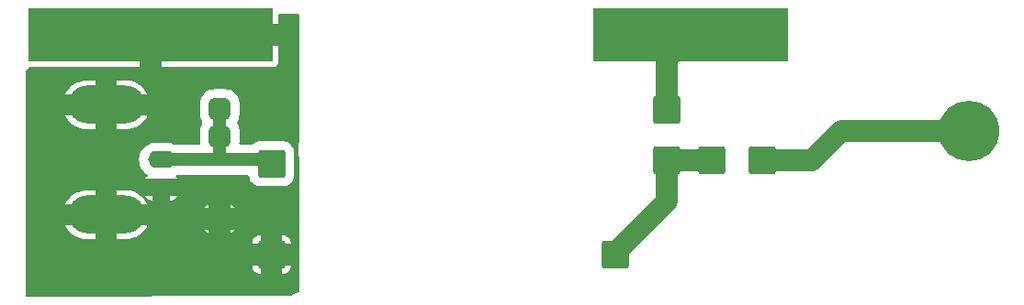
<source format=gbr>
%TF.GenerationSoftware,KiCad,Pcbnew,6.0.2+dfsg-1*%
%TF.CreationDate,2023-02-03T00:30:42+01:00*%
%TF.ProjectId,xOTA,784f5441-2e6b-4696-9361-645f70636258,rev?*%
%TF.SameCoordinates,Original*%
%TF.FileFunction,Copper,L2,Bot*%
%TF.FilePolarity,Positive*%
%FSLAX46Y46*%
G04 Gerber Fmt 4.6, Leading zero omitted, Abs format (unit mm)*
G04 Created by KiCad (PCBNEW 6.0.2+dfsg-1) date 2023-02-03 00:30:42*
%MOMM*%
%LPD*%
G01*
G04 APERTURE LIST*
G04 Aperture macros list*
%AMRoundRect*
0 Rectangle with rounded corners*
0 $1 Rounding radius*
0 $2 $3 $4 $5 $6 $7 $8 $9 X,Y pos of 4 corners*
0 Add a 4 corners polygon primitive as box body*
4,1,4,$2,$3,$4,$5,$6,$7,$8,$9,$2,$3,0*
0 Add four circle primitives for the rounded corners*
1,1,$1+$1,$2,$3*
1,1,$1+$1,$4,$5*
1,1,$1+$1,$6,$7*
1,1,$1+$1,$8,$9*
0 Add four rect primitives between the rounded corners*
20,1,$1+$1,$2,$3,$4,$5,0*
20,1,$1+$1,$4,$5,$6,$7,0*
20,1,$1+$1,$6,$7,$8,$9,0*
20,1,$1+$1,$8,$9,$2,$3,0*%
G04 Aperture macros list end*
%TA.AperFunction,ComponentPad*%
%ADD10RoundRect,0.249999X-1.025001X-1.025001X1.025001X-1.025001X1.025001X1.025001X-1.025001X1.025001X0*%
%TD*%
%TA.AperFunction,SMDPad,CuDef*%
%ADD11R,18.000000X5.000000*%
%TD*%
%TA.AperFunction,ComponentPad*%
%ADD12C,3.600000*%
%TD*%
%TA.AperFunction,ConnectorPad*%
%ADD13C,5.600000*%
%TD*%
%TA.AperFunction,ComponentPad*%
%ADD14O,2.500000X1.600000*%
%TD*%
%TA.AperFunction,ComponentPad*%
%ADD15O,7.000000X3.500000*%
%TD*%
%TA.AperFunction,ComponentPad*%
%ADD16RoundRect,0.500000X-0.500000X0.500000X-0.500000X-0.500000X0.500000X-0.500000X0.500000X0.500000X0*%
%TD*%
%TA.AperFunction,SMDPad,CuDef*%
%ADD17R,22.500000X5.000000*%
%TD*%
%TA.AperFunction,ViaPad*%
%ADD18C,0.800000*%
%TD*%
%TA.AperFunction,Conductor*%
%ADD19C,2.000000*%
%TD*%
%TA.AperFunction,Conductor*%
%ADD20C,0.250000*%
%TD*%
%TA.AperFunction,Conductor*%
%ADD21C,0.200000*%
%TD*%
%TA.AperFunction,Conductor*%
%ADD22C,1.200000*%
%TD*%
G04 APERTURE END LIST*
D10*
%TO.P,,1,Pin_1*%
%TO.N,N/C*%
X140505400Y-89077800D03*
%TD*%
%TO.P,,1,Pin_1*%
%TO.N,N/C*%
X140512800Y-84429600D03*
%TD*%
%TO.P,,1,Pin_1*%
%TO.N,N/C*%
X144703800Y-89103200D03*
%TD*%
D11*
%TO.P,,1,Pin_1*%
%TO.N,N/C*%
X142748000Y-77470000D03*
%TD*%
D12*
%TO.P,REF\u002A\u002A,1*%
%TO.N,N/C*%
X168402000Y-86360000D03*
D13*
X168402000Y-86360000D03*
%TD*%
D10*
%TO.P,,5,x*%
%TO.N,N/C*%
X135781000Y-97794000D03*
%TD*%
D14*
%TO.P,REF\u002A\u002A,1*%
%TO.N,N/C*%
X93924800Y-89046000D03*
%TO.P,REF\u002A\u002A,2*%
%TO.N,gnd*%
X93924800Y-91586000D03*
D15*
X88844800Y-94126000D03*
X88844800Y-83966000D03*
%TD*%
D10*
%TO.P,,1,Pin_1*%
%TO.N,N/C*%
X149301200Y-89103200D03*
%TD*%
D16*
%TO.P,100pF,1*%
%TO.N,N/C*%
X99314000Y-86868000D03*
X99314000Y-84328000D03*
%TO.P,100pF,2*%
%TO.N,gnd*%
X99314000Y-94488000D03*
%TD*%
D10*
%TO.P,,5,x*%
%TO.N,gnd*%
X104081000Y-97794000D03*
%TD*%
%TO.P,,5,x*%
%TO.N,N/C*%
X104081000Y-89394000D03*
%TD*%
D17*
%TO.P,J6,1,Pin_1*%
%TO.N,gnd*%
X92964000Y-77470000D03*
%TD*%
D18*
%TO.N,gnd*%
X94996000Y-93726000D03*
X94996000Y-86360000D03*
X94996000Y-83820000D03*
X90170000Y-88900000D03*
X86360000Y-88900000D03*
X83820000Y-91440000D03*
X83820000Y-88900000D03*
X83820000Y-83820000D03*
X83820000Y-86360000D03*
X83820000Y-93980000D03*
X105410000Y-81280000D03*
X102870000Y-81280000D03*
X100330000Y-81280000D03*
X97790000Y-81280000D03*
X92710000Y-81280000D03*
X95250000Y-81280000D03*
X90170000Y-81280000D03*
X86360000Y-81280000D03*
X83820000Y-81280000D03*
X105410000Y-78740000D03*
X105410000Y-76200000D03*
%TD*%
D19*
%TO.N,*%
X138201400Y-77851000D02*
X142367000Y-77851000D01*
X142367000Y-77851000D02*
X140512800Y-79705200D01*
X140512800Y-79705200D02*
X140512800Y-84429600D01*
X135781000Y-97794000D02*
X135781000Y-97645000D01*
X135781000Y-97645000D02*
X140505400Y-92920600D01*
X140505400Y-92920600D02*
X140505400Y-89077800D01*
X135781000Y-97794000D02*
X135781000Y-97721200D01*
X140505400Y-89077800D02*
X144678400Y-89077800D01*
X144678400Y-89077800D02*
X144703800Y-89103200D01*
X168402000Y-86360000D02*
X156640000Y-86360000D01*
X153896800Y-89103200D02*
X149301200Y-89103200D01*
X156640000Y-86360000D02*
X153896800Y-89103200D01*
X149301200Y-89103200D02*
X149174200Y-89230200D01*
D20*
X143459200Y-77774800D02*
X138277600Y-77774800D01*
X143764000Y-77470000D02*
X143459200Y-77774800D01*
X138277600Y-77774800D02*
X138201400Y-77851000D01*
X137845800Y-77470000D02*
X137744200Y-77368400D01*
X143764000Y-77470000D02*
X137845800Y-77470000D01*
D19*
X149326600Y-89077800D02*
X149301200Y-89103200D01*
D21*
X99314000Y-88900000D02*
X99460000Y-89046000D01*
D22*
X93924800Y-89046000D02*
X99460000Y-89046000D01*
D21*
X104115735Y-89428735D02*
X104081000Y-89394000D01*
D22*
X99314000Y-84328000D02*
X99314000Y-86868000D01*
D21*
X103733000Y-89046000D02*
X104081000Y-89394000D01*
D22*
X99314000Y-86868000D02*
X99314000Y-88900000D01*
X99460000Y-89046000D02*
X103733000Y-89046000D01*
D21*
X104115735Y-89359265D02*
X104081000Y-89394000D01*
%TD*%
%TA.AperFunction,Conductor*%
%TO.N,gnd*%
G36*
X106622078Y-75591097D02*
G01*
X106668593Y-75644733D01*
X106680000Y-75697122D01*
X106680000Y-87243267D01*
X106671905Y-87287702D01*
X106649664Y-87346717D01*
X106648735Y-87350632D01*
X106582648Y-87629115D01*
X106578947Y-87644709D01*
X106546668Y-87949271D01*
X106546755Y-87953273D01*
X106546755Y-87953280D01*
X106553261Y-88251448D01*
X106553349Y-88255465D01*
X106553946Y-88259436D01*
X106555083Y-88266997D01*
X106598883Y-88558330D01*
X106599979Y-88562190D01*
X106599980Y-88562195D01*
X106675209Y-88827163D01*
X106680000Y-88861576D01*
X106680000Y-101181497D01*
X106659998Y-101249618D01*
X106606342Y-101296111D01*
X106585762Y-101303428D01*
X106585602Y-101303470D01*
X106581662Y-101304232D01*
X106290800Y-101400144D01*
X106014482Y-101532237D01*
X105935801Y-101583041D01*
X105867950Y-101603187D01*
X104370383Y-101609064D01*
X81530493Y-101698704D01*
X81462296Y-101678969D01*
X81415593Y-101625497D01*
X81404000Y-101572705D01*
X81404000Y-98866098D01*
X102298000Y-98866098D01*
X102298337Y-98872613D01*
X102308256Y-98968205D01*
X102311150Y-98981604D01*
X102362588Y-99135785D01*
X102368762Y-99148964D01*
X102454063Y-99286810D01*
X102463099Y-99298209D01*
X102577828Y-99412738D01*
X102589239Y-99421750D01*
X102727242Y-99506816D01*
X102740423Y-99512963D01*
X102894709Y-99564138D01*
X102908085Y-99567005D01*
X103002437Y-99576672D01*
X103008853Y-99577000D01*
X103062885Y-99577000D01*
X103078124Y-99572525D01*
X103079329Y-99571135D01*
X103081000Y-99563452D01*
X103081000Y-99558885D01*
X105081000Y-99558885D01*
X105085475Y-99574124D01*
X105086865Y-99575329D01*
X105094548Y-99577000D01*
X105153098Y-99577000D01*
X105159613Y-99576663D01*
X105255205Y-99566744D01*
X105268604Y-99563850D01*
X105422785Y-99512412D01*
X105435964Y-99506238D01*
X105573810Y-99420937D01*
X105585209Y-99411901D01*
X105699738Y-99297172D01*
X105708750Y-99285761D01*
X105793816Y-99147758D01*
X105799963Y-99134577D01*
X105851138Y-98980291D01*
X105854005Y-98966915D01*
X105863672Y-98872563D01*
X105864000Y-98866146D01*
X105864000Y-98812115D01*
X105859525Y-98796876D01*
X105858135Y-98795671D01*
X105850452Y-98794000D01*
X105099115Y-98794000D01*
X105083876Y-98798475D01*
X105082671Y-98799865D01*
X105081000Y-98807548D01*
X105081000Y-99558885D01*
X103081000Y-99558885D01*
X103081000Y-98812115D01*
X103076525Y-98796876D01*
X103075135Y-98795671D01*
X103067452Y-98794000D01*
X102316115Y-98794000D01*
X102300876Y-98798475D01*
X102299671Y-98799865D01*
X102298000Y-98807548D01*
X102298000Y-98866098D01*
X81404000Y-98866098D01*
X81404000Y-96775885D01*
X102298000Y-96775885D01*
X102302475Y-96791124D01*
X102303865Y-96792329D01*
X102311548Y-96794000D01*
X103062885Y-96794000D01*
X103078124Y-96789525D01*
X103079329Y-96788135D01*
X103081000Y-96780452D01*
X103081000Y-96775885D01*
X105081000Y-96775885D01*
X105085475Y-96791124D01*
X105086865Y-96792329D01*
X105094548Y-96794000D01*
X105845885Y-96794000D01*
X105861124Y-96789525D01*
X105862329Y-96788135D01*
X105864000Y-96780452D01*
X105864000Y-96721902D01*
X105863663Y-96715387D01*
X105853744Y-96619795D01*
X105850850Y-96606396D01*
X105799412Y-96452215D01*
X105793238Y-96439036D01*
X105707937Y-96301190D01*
X105698901Y-96289791D01*
X105584172Y-96175262D01*
X105572761Y-96166250D01*
X105434758Y-96081184D01*
X105421577Y-96075037D01*
X105267291Y-96023862D01*
X105253915Y-96020995D01*
X105159563Y-96011328D01*
X105153146Y-96011000D01*
X105099115Y-96011000D01*
X105083876Y-96015475D01*
X105082671Y-96016865D01*
X105081000Y-96024548D01*
X105081000Y-96775885D01*
X103081000Y-96775885D01*
X103081000Y-96029115D01*
X103076525Y-96013876D01*
X103075135Y-96012671D01*
X103067452Y-96011000D01*
X103008902Y-96011000D01*
X103002387Y-96011337D01*
X102906795Y-96021256D01*
X102893396Y-96024150D01*
X102739215Y-96075588D01*
X102726036Y-96081762D01*
X102588190Y-96167063D01*
X102576791Y-96176099D01*
X102462262Y-96290828D01*
X102453250Y-96302239D01*
X102368184Y-96440242D01*
X102362037Y-96453423D01*
X102310862Y-96607709D01*
X102307995Y-96621085D01*
X102298328Y-96715437D01*
X102298000Y-96721854D01*
X102298000Y-96775885D01*
X81404000Y-96775885D01*
X81404000Y-95132870D01*
X85073498Y-95132870D01*
X85074373Y-95135565D01*
X85165349Y-95308115D01*
X85169716Y-95315213D01*
X85338635Y-95552905D01*
X85343908Y-95559372D01*
X85542783Y-95772639D01*
X85548867Y-95778351D01*
X85774193Y-95963437D01*
X85780974Y-95968292D01*
X86028813Y-96121958D01*
X86036173Y-96125871D01*
X86302146Y-96245404D01*
X86309969Y-96248314D01*
X86589425Y-96331624D01*
X86597546Y-96333469D01*
X86886229Y-96379191D01*
X86893203Y-96379899D01*
X86982086Y-96383936D01*
X86984919Y-96384000D01*
X87826685Y-96384000D01*
X87841924Y-96379525D01*
X87843129Y-96378135D01*
X87844800Y-96370452D01*
X87844800Y-96365885D01*
X89844800Y-96365885D01*
X89849275Y-96381124D01*
X89850665Y-96382329D01*
X89858348Y-96384000D01*
X90668793Y-96384000D01*
X90672982Y-96383861D01*
X90889932Y-96369451D01*
X90898203Y-96368347D01*
X91184051Y-96310710D01*
X91192103Y-96308522D01*
X91467805Y-96213591D01*
X91475516Y-96210350D01*
X91736244Y-96079787D01*
X91743438Y-96075566D01*
X91984620Y-95911659D01*
X91991190Y-95906526D01*
X92208575Y-95712161D01*
X92214408Y-95706205D01*
X92398095Y-95491894D01*
X97940503Y-95491894D01*
X97943518Y-95499753D01*
X98027885Y-95625779D01*
X98035678Y-95635266D01*
X98166734Y-95766322D01*
X98176221Y-95774115D01*
X98298946Y-95856272D01*
X98312134Y-95860414D01*
X98314000Y-95852205D01*
X98314000Y-95848235D01*
X100314000Y-95848235D01*
X100317894Y-95861497D01*
X100325753Y-95858482D01*
X100451779Y-95774115D01*
X100461266Y-95766322D01*
X100592322Y-95635266D01*
X100600115Y-95625779D01*
X100682272Y-95503054D01*
X100686414Y-95489866D01*
X100678205Y-95488000D01*
X100332115Y-95488000D01*
X100316876Y-95492475D01*
X100315671Y-95493865D01*
X100314000Y-95501548D01*
X100314000Y-95848235D01*
X98314000Y-95848235D01*
X98314000Y-95506115D01*
X98309525Y-95490876D01*
X98308135Y-95489671D01*
X98300452Y-95488000D01*
X97953765Y-95488000D01*
X97940503Y-95491894D01*
X92398095Y-95491894D01*
X92404178Y-95484797D01*
X92409176Y-95478116D01*
X92567991Y-95233563D01*
X92572065Y-95226273D01*
X92611907Y-95142365D01*
X92614122Y-95128438D01*
X92610526Y-95126050D01*
X92610195Y-95126000D01*
X89862915Y-95126000D01*
X89847676Y-95130475D01*
X89846471Y-95131865D01*
X89844800Y-95139548D01*
X89844800Y-96365885D01*
X87844800Y-96365885D01*
X87844800Y-95144115D01*
X87840325Y-95128876D01*
X87838935Y-95127671D01*
X87831252Y-95126000D01*
X85087445Y-95126000D01*
X85073914Y-95129973D01*
X85073498Y-95132870D01*
X81404000Y-95132870D01*
X81404000Y-93486134D01*
X97941586Y-93486134D01*
X97949795Y-93488000D01*
X98295885Y-93488000D01*
X98311124Y-93483525D01*
X98312329Y-93482135D01*
X98314000Y-93474452D01*
X98314000Y-93469885D01*
X100314000Y-93469885D01*
X100318475Y-93485124D01*
X100319865Y-93486329D01*
X100327548Y-93488000D01*
X100674235Y-93488000D01*
X100687497Y-93484106D01*
X100684482Y-93476247D01*
X100600115Y-93350221D01*
X100592322Y-93340734D01*
X100461266Y-93209678D01*
X100451779Y-93201885D01*
X100329054Y-93119728D01*
X100315866Y-93115586D01*
X100314000Y-93123795D01*
X100314000Y-93469885D01*
X98314000Y-93469885D01*
X98314000Y-93127765D01*
X98310106Y-93114503D01*
X98302247Y-93117518D01*
X98176221Y-93201885D01*
X98166734Y-93209678D01*
X98035678Y-93340734D01*
X98027885Y-93350221D01*
X97945728Y-93472946D01*
X97941586Y-93486134D01*
X81404000Y-93486134D01*
X81404000Y-93123562D01*
X85075478Y-93123562D01*
X85079074Y-93125950D01*
X85079405Y-93126000D01*
X87826685Y-93126000D01*
X87841924Y-93121525D01*
X87843129Y-93120135D01*
X87844800Y-93112452D01*
X87844800Y-93107885D01*
X89844800Y-93107885D01*
X89849275Y-93123124D01*
X89850665Y-93124329D01*
X89858348Y-93126000D01*
X92602155Y-93126000D01*
X92615686Y-93122027D01*
X92616102Y-93119130D01*
X92615227Y-93116435D01*
X92524251Y-92943885D01*
X92519884Y-92936787D01*
X92350965Y-92699095D01*
X92345692Y-92692628D01*
X92146817Y-92479361D01*
X92140733Y-92473649D01*
X92038647Y-92389794D01*
X92443388Y-92389794D01*
X92446689Y-92398133D01*
X92465828Y-92425467D01*
X92472884Y-92433875D01*
X92626925Y-92587916D01*
X92635333Y-92594972D01*
X92813793Y-92719931D01*
X92823289Y-92725414D01*
X93020747Y-92817490D01*
X93031039Y-92821236D01*
X93107303Y-92841671D01*
X93121399Y-92841335D01*
X93124800Y-92833393D01*
X93124800Y-92828244D01*
X94724800Y-92828244D01*
X94728773Y-92841775D01*
X94737322Y-92843004D01*
X94818561Y-92821236D01*
X94828853Y-92817490D01*
X95026311Y-92725414D01*
X95035807Y-92719931D01*
X95214267Y-92594972D01*
X95222675Y-92587916D01*
X95376716Y-92433875D01*
X95383772Y-92425467D01*
X95401017Y-92400839D01*
X95405320Y-92388079D01*
X95396597Y-92386000D01*
X94742915Y-92386000D01*
X94727676Y-92390475D01*
X94726471Y-92391865D01*
X94724800Y-92399548D01*
X94724800Y-92828244D01*
X93124800Y-92828244D01*
X93124800Y-92404115D01*
X93120325Y-92388876D01*
X93118935Y-92387671D01*
X93111252Y-92386000D01*
X92456308Y-92386000D01*
X92443388Y-92389794D01*
X92038647Y-92389794D01*
X91915407Y-92288563D01*
X91908626Y-92283708D01*
X91660787Y-92130042D01*
X91653427Y-92126129D01*
X91387454Y-92006596D01*
X91379631Y-92003686D01*
X91100175Y-91920376D01*
X91092054Y-91918531D01*
X90803371Y-91872809D01*
X90796397Y-91872101D01*
X90707514Y-91868064D01*
X90704681Y-91868000D01*
X89862915Y-91868000D01*
X89847676Y-91872475D01*
X89846471Y-91873865D01*
X89844800Y-91881548D01*
X89844800Y-93107885D01*
X87844800Y-93107885D01*
X87844800Y-91886115D01*
X87840325Y-91870876D01*
X87838935Y-91869671D01*
X87831252Y-91868000D01*
X87020807Y-91868000D01*
X87016618Y-91868139D01*
X86799668Y-91882549D01*
X86791397Y-91883653D01*
X86505549Y-91941290D01*
X86497497Y-91943478D01*
X86221795Y-92038409D01*
X86214084Y-92041650D01*
X85953356Y-92172213D01*
X85946162Y-92176434D01*
X85704980Y-92340341D01*
X85698410Y-92345474D01*
X85481025Y-92539839D01*
X85475192Y-92545795D01*
X85285422Y-92767203D01*
X85280424Y-92773884D01*
X85121609Y-93018437D01*
X85117535Y-93025727D01*
X85077693Y-93109635D01*
X85075478Y-93123562D01*
X81404000Y-93123562D01*
X81404000Y-89046000D01*
X91869351Y-89046000D01*
X91889117Y-89297148D01*
X91890271Y-89301955D01*
X91890272Y-89301961D01*
X91913470Y-89398585D01*
X91947927Y-89542111D01*
X91949820Y-89546682D01*
X91949821Y-89546684D01*
X91981833Y-89623967D01*
X92044334Y-89774859D01*
X92175964Y-89989659D01*
X92179176Y-89993419D01*
X92179179Y-89993424D01*
X92222548Y-90044202D01*
X92339576Y-90181224D01*
X92343338Y-90184437D01*
X92527376Y-90341621D01*
X92527381Y-90341624D01*
X92531141Y-90344836D01*
X92535363Y-90347423D01*
X92535364Y-90347424D01*
X92602596Y-90388624D01*
X92650228Y-90441272D01*
X92661835Y-90511313D01*
X92633732Y-90576511D01*
X92625857Y-90585152D01*
X92472884Y-90738125D01*
X92465828Y-90746533D01*
X92448583Y-90771161D01*
X92444280Y-90783921D01*
X92453003Y-90786000D01*
X95393292Y-90786000D01*
X95406212Y-90782206D01*
X95402911Y-90773867D01*
X95383772Y-90746533D01*
X95376716Y-90738125D01*
X95300186Y-90661595D01*
X95266160Y-90599283D01*
X95271225Y-90528468D01*
X95313772Y-90471632D01*
X95380292Y-90446821D01*
X95389281Y-90446500D01*
X101886727Y-90446500D01*
X101954848Y-90466502D01*
X102001341Y-90520158D01*
X102010241Y-90547595D01*
X102046541Y-90727623D01*
X102048907Y-90733307D01*
X102069976Y-90783921D01*
X102125711Y-90917817D01*
X102240315Y-91089011D01*
X102385989Y-91234685D01*
X102557183Y-91349289D01*
X102562868Y-91351656D01*
X102562871Y-91351657D01*
X102741693Y-91426093D01*
X102747377Y-91428459D01*
X102910858Y-91461422D01*
X102944738Y-91468254D01*
X102944739Y-91468254D01*
X102949326Y-91469179D01*
X102953992Y-91469415D01*
X102953997Y-91469416D01*
X102954074Y-91469420D01*
X102954092Y-91469420D01*
X102955662Y-91469500D01*
X105206338Y-91469500D01*
X105207908Y-91469420D01*
X105207926Y-91469420D01*
X105208003Y-91469416D01*
X105208008Y-91469415D01*
X105212674Y-91469179D01*
X105217261Y-91468254D01*
X105217262Y-91468254D01*
X105251142Y-91461422D01*
X105414623Y-91428459D01*
X105420307Y-91426093D01*
X105599129Y-91351657D01*
X105599132Y-91351656D01*
X105604817Y-91349289D01*
X105776011Y-91234685D01*
X105921685Y-91089011D01*
X106036289Y-90917817D01*
X106092025Y-90783921D01*
X106113093Y-90733307D01*
X106115459Y-90727623D01*
X106156179Y-90525674D01*
X106156500Y-90519338D01*
X106156500Y-88268662D01*
X106156179Y-88262326D01*
X106115459Y-88060377D01*
X106036289Y-87870183D01*
X105977231Y-87781962D01*
X105925116Y-87704114D01*
X105925115Y-87704113D01*
X105921685Y-87698989D01*
X105776011Y-87553315D01*
X105604817Y-87438711D01*
X105599132Y-87436344D01*
X105599129Y-87436343D01*
X105420307Y-87361907D01*
X105414623Y-87359541D01*
X105251142Y-87326578D01*
X105217262Y-87319746D01*
X105217261Y-87319746D01*
X105212674Y-87318821D01*
X105208008Y-87318585D01*
X105208003Y-87318584D01*
X105207926Y-87318580D01*
X105207908Y-87318580D01*
X105206338Y-87318500D01*
X102955662Y-87318500D01*
X102954092Y-87318580D01*
X102954074Y-87318580D01*
X102953997Y-87318584D01*
X102953992Y-87318585D01*
X102949326Y-87318821D01*
X102944739Y-87319746D01*
X102944738Y-87319746D01*
X102910858Y-87326578D01*
X102747377Y-87359541D01*
X102741693Y-87361907D01*
X102562871Y-87436343D01*
X102562868Y-87436344D01*
X102557183Y-87438711D01*
X102385989Y-87553315D01*
X102330709Y-87608595D01*
X102268397Y-87642621D01*
X102241614Y-87645500D01*
X101232695Y-87645500D01*
X101164574Y-87625498D01*
X101118081Y-87571842D01*
X101107174Y-87508518D01*
X101114262Y-87427508D01*
X101114262Y-87427501D01*
X101114500Y-87424784D01*
X101114500Y-86311216D01*
X101099635Y-86141308D01*
X101092953Y-86116369D01*
X101042162Y-85926814D01*
X101042161Y-85926812D01*
X101040739Y-85921504D01*
X100985683Y-85803437D01*
X100946891Y-85720247D01*
X100946889Y-85720244D01*
X100944568Y-85715266D01*
X100913060Y-85670268D01*
X100890374Y-85602996D01*
X100907660Y-85534135D01*
X100913054Y-85525742D01*
X100944568Y-85480734D01*
X101040739Y-85274496D01*
X101099635Y-85054692D01*
X101114500Y-84884784D01*
X101114500Y-83771216D01*
X101099635Y-83601308D01*
X101040739Y-83381504D01*
X100944568Y-83175266D01*
X100814047Y-82988861D01*
X100653139Y-82827953D01*
X100466734Y-82697432D01*
X100461756Y-82695111D01*
X100461753Y-82695109D01*
X100265478Y-82603584D01*
X100265476Y-82603583D01*
X100260496Y-82601261D01*
X100255188Y-82599839D01*
X100255186Y-82599838D01*
X100046007Y-82543789D01*
X100046005Y-82543789D01*
X100040692Y-82542365D01*
X99941698Y-82533704D01*
X99873508Y-82527738D01*
X99873501Y-82527738D01*
X99870784Y-82527500D01*
X98757216Y-82527500D01*
X98754499Y-82527738D01*
X98754492Y-82527738D01*
X98686302Y-82533704D01*
X98587308Y-82542365D01*
X98581995Y-82543789D01*
X98581993Y-82543789D01*
X98372814Y-82599838D01*
X98372812Y-82599839D01*
X98367504Y-82601261D01*
X98362524Y-82603583D01*
X98362522Y-82603584D01*
X98166247Y-82695109D01*
X98166244Y-82695111D01*
X98161266Y-82697432D01*
X97974861Y-82827953D01*
X97813953Y-82988861D01*
X97683432Y-83175266D01*
X97587261Y-83381504D01*
X97528365Y-83601308D01*
X97513500Y-83771216D01*
X97513500Y-84884784D01*
X97528365Y-85054692D01*
X97587261Y-85274496D01*
X97683432Y-85480734D01*
X97714940Y-85525732D01*
X97737626Y-85593004D01*
X97720340Y-85661865D01*
X97714946Y-85670258D01*
X97683432Y-85715266D01*
X97681111Y-85720244D01*
X97681109Y-85720247D01*
X97642317Y-85803437D01*
X97587261Y-85921504D01*
X97585839Y-85926812D01*
X97585838Y-85926814D01*
X97535047Y-86116369D01*
X97528365Y-86141308D01*
X97513500Y-86311216D01*
X97513500Y-87424784D01*
X97513738Y-87427501D01*
X97513738Y-87427508D01*
X97520826Y-87508518D01*
X97506837Y-87578123D01*
X97457438Y-87629115D01*
X97395305Y-87645500D01*
X95188095Y-87645500D01*
X95122259Y-87626932D01*
X95107882Y-87618122D01*
X95103659Y-87615534D01*
X95099089Y-87613641D01*
X95099085Y-87613639D01*
X94875484Y-87521021D01*
X94875482Y-87521020D01*
X94870911Y-87519127D01*
X94786511Y-87498865D01*
X94630761Y-87461472D01*
X94630755Y-87461471D01*
X94625948Y-87460317D01*
X94537651Y-87453368D01*
X94440139Y-87445693D01*
X94440130Y-87445693D01*
X94437682Y-87445500D01*
X93411918Y-87445500D01*
X93409470Y-87445693D01*
X93409461Y-87445693D01*
X93311949Y-87453368D01*
X93223652Y-87460317D01*
X93218845Y-87461471D01*
X93218839Y-87461472D01*
X93063089Y-87498865D01*
X92978689Y-87519127D01*
X92974118Y-87521020D01*
X92974116Y-87521021D01*
X92750515Y-87613639D01*
X92750511Y-87613641D01*
X92745941Y-87615534D01*
X92531141Y-87747164D01*
X92527381Y-87750376D01*
X92527376Y-87750379D01*
X92417134Y-87844535D01*
X92339576Y-87910776D01*
X92336363Y-87914538D01*
X92179179Y-88098576D01*
X92179176Y-88098581D01*
X92175964Y-88102341D01*
X92044334Y-88317141D01*
X92042441Y-88321711D01*
X92042439Y-88321715D01*
X91949821Y-88545316D01*
X91947927Y-88549889D01*
X91946772Y-88554701D01*
X91899097Y-88753283D01*
X91889117Y-88794852D01*
X91869351Y-89046000D01*
X81404000Y-89046000D01*
X81404000Y-84972870D01*
X85073498Y-84972870D01*
X85074373Y-84975565D01*
X85165349Y-85148115D01*
X85169716Y-85155213D01*
X85338635Y-85392905D01*
X85343908Y-85399372D01*
X85542783Y-85612639D01*
X85548867Y-85618351D01*
X85774193Y-85803437D01*
X85780974Y-85808292D01*
X86028813Y-85961958D01*
X86036173Y-85965871D01*
X86302146Y-86085404D01*
X86309969Y-86088314D01*
X86589425Y-86171624D01*
X86597546Y-86173469D01*
X86886229Y-86219191D01*
X86893203Y-86219899D01*
X86982086Y-86223936D01*
X86984919Y-86224000D01*
X87826685Y-86224000D01*
X87841924Y-86219525D01*
X87843129Y-86218135D01*
X87844800Y-86210452D01*
X87844800Y-86205885D01*
X89844800Y-86205885D01*
X89849275Y-86221124D01*
X89850665Y-86222329D01*
X89858348Y-86224000D01*
X90668793Y-86224000D01*
X90672982Y-86223861D01*
X90889932Y-86209451D01*
X90898203Y-86208347D01*
X91184051Y-86150710D01*
X91192103Y-86148522D01*
X91467805Y-86053591D01*
X91475516Y-86050350D01*
X91736244Y-85919787D01*
X91743438Y-85915566D01*
X91984620Y-85751659D01*
X91991190Y-85746526D01*
X92208575Y-85552161D01*
X92214408Y-85546205D01*
X92404178Y-85324797D01*
X92409176Y-85318116D01*
X92567991Y-85073563D01*
X92572065Y-85066273D01*
X92611907Y-84982365D01*
X92614122Y-84968438D01*
X92610526Y-84966050D01*
X92610195Y-84966000D01*
X89862915Y-84966000D01*
X89847676Y-84970475D01*
X89846471Y-84971865D01*
X89844800Y-84979548D01*
X89844800Y-86205885D01*
X87844800Y-86205885D01*
X87844800Y-84984115D01*
X87840325Y-84968876D01*
X87838935Y-84967671D01*
X87831252Y-84966000D01*
X85087445Y-84966000D01*
X85073914Y-84969973D01*
X85073498Y-84972870D01*
X81404000Y-84972870D01*
X81404000Y-82963562D01*
X85075478Y-82963562D01*
X85079074Y-82965950D01*
X85079405Y-82966000D01*
X87826685Y-82966000D01*
X87841924Y-82961525D01*
X87843129Y-82960135D01*
X87844800Y-82952452D01*
X87844800Y-82947885D01*
X89844800Y-82947885D01*
X89849275Y-82963124D01*
X89850665Y-82964329D01*
X89858348Y-82966000D01*
X92602155Y-82966000D01*
X92615686Y-82962027D01*
X92616102Y-82959130D01*
X92615227Y-82956435D01*
X92524251Y-82783885D01*
X92519884Y-82776787D01*
X92350965Y-82539095D01*
X92345692Y-82532628D01*
X92146817Y-82319361D01*
X92140733Y-82313649D01*
X91915407Y-82128563D01*
X91908626Y-82123708D01*
X91660787Y-81970042D01*
X91653427Y-81966129D01*
X91387454Y-81846596D01*
X91379631Y-81843686D01*
X91100175Y-81760376D01*
X91092054Y-81758531D01*
X90803371Y-81712809D01*
X90796397Y-81712101D01*
X90707514Y-81708064D01*
X90704681Y-81708000D01*
X89862915Y-81708000D01*
X89847676Y-81712475D01*
X89846471Y-81713865D01*
X89844800Y-81721548D01*
X89844800Y-82947885D01*
X87844800Y-82947885D01*
X87844800Y-81726115D01*
X87840325Y-81710876D01*
X87838935Y-81709671D01*
X87831252Y-81708000D01*
X87020807Y-81708000D01*
X87016618Y-81708139D01*
X86799668Y-81722549D01*
X86791397Y-81723653D01*
X86505549Y-81781290D01*
X86497497Y-81783478D01*
X86221795Y-81878409D01*
X86214084Y-81881650D01*
X85953356Y-82012213D01*
X85946162Y-82016434D01*
X85704980Y-82180341D01*
X85698410Y-82185474D01*
X85481025Y-82379839D01*
X85475192Y-82385795D01*
X85285422Y-82607203D01*
X85280424Y-82613884D01*
X85121609Y-82858437D01*
X85117535Y-82865727D01*
X85077693Y-82949635D01*
X85075478Y-82963562D01*
X81404000Y-82963562D01*
X81404000Y-80862545D01*
X81424002Y-80794424D01*
X81460202Y-80760216D01*
X81459150Y-80758762D01*
X81506657Y-80724385D01*
X81513649Y-80719675D01*
X81563378Y-80688549D01*
X81575609Y-80676385D01*
X81590584Y-80663657D01*
X81598849Y-80657675D01*
X81598848Y-80657675D01*
X81604555Y-80653546D01*
X81609202Y-80648259D01*
X81643265Y-80609501D01*
X81649056Y-80603342D01*
X81685640Y-80566957D01*
X81685645Y-80566951D01*
X81690636Y-80561987D01*
X81699861Y-80547427D01*
X81711652Y-80531684D01*
X81721197Y-80520823D01*
X81781191Y-80482858D01*
X81815842Y-80478000D01*
X91945885Y-80478000D01*
X91961124Y-80473525D01*
X91962329Y-80472135D01*
X91964000Y-80464452D01*
X91964000Y-80459884D01*
X93964000Y-80459884D01*
X93968475Y-80475123D01*
X93969865Y-80476328D01*
X93977548Y-80477999D01*
X104258669Y-80477999D01*
X104265490Y-80477629D01*
X104316352Y-80472105D01*
X104331604Y-80468479D01*
X104452054Y-80423324D01*
X104467649Y-80414786D01*
X104569724Y-80338285D01*
X104582285Y-80325724D01*
X104658786Y-80223649D01*
X104667324Y-80208054D01*
X104712478Y-80087606D01*
X104716105Y-80072351D01*
X104721631Y-80021486D01*
X104722000Y-80014672D01*
X104722000Y-78488115D01*
X104717525Y-78472876D01*
X104716135Y-78471671D01*
X104708452Y-78470000D01*
X93982115Y-78470000D01*
X93966876Y-78474475D01*
X93965671Y-78475865D01*
X93964000Y-78483548D01*
X93964000Y-80459884D01*
X91964000Y-80459884D01*
X91964000Y-76596000D01*
X91984002Y-76527879D01*
X92037658Y-76481386D01*
X92090000Y-76470000D01*
X104703884Y-76470000D01*
X104719123Y-76465525D01*
X104720328Y-76464135D01*
X104721999Y-76456452D01*
X104721999Y-75697810D01*
X104742001Y-75629689D01*
X104795657Y-75583196D01*
X104847948Y-75571810D01*
X105511453Y-75571542D01*
X106553949Y-75571122D01*
X106622078Y-75591097D01*
G37*
%TD.AperFunction*%
%TD*%
M02*

</source>
